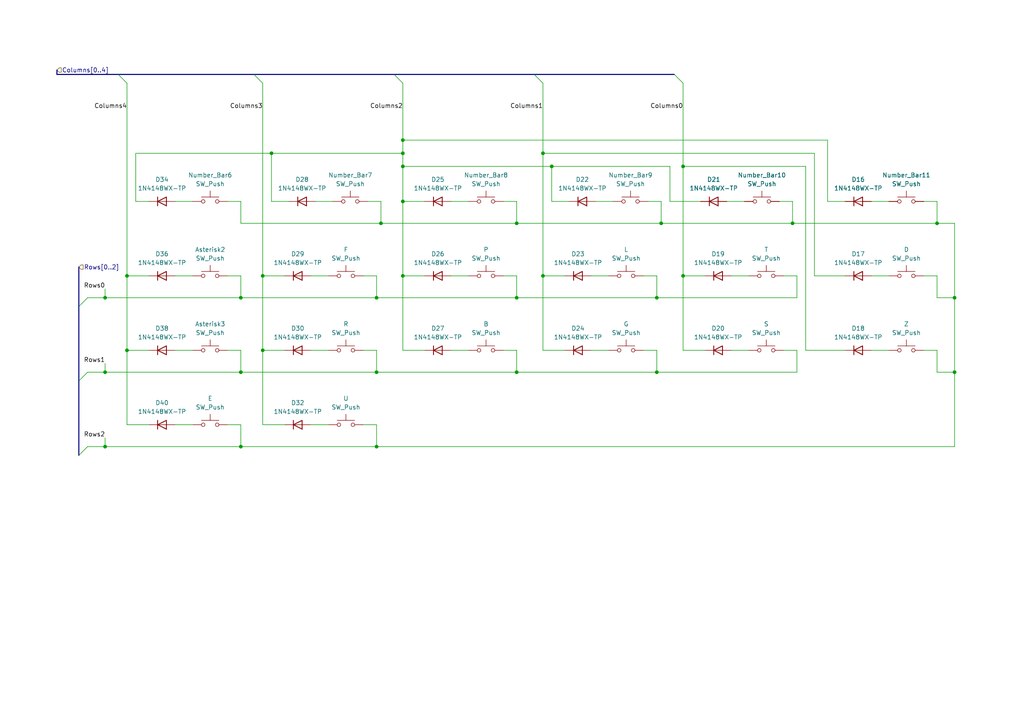
<source format=kicad_sch>
(kicad_sch (version 20250114) (generator "eeschema") (generator_version "9.0")
  (paper "A4")
  (title_block (title "Stenoswitch") (rev "0.1") (company "https://github.com/Bennett-Petzold/port_plover") (comment 1 "NO WARRANTY. See license.") (comment 2 "https://creativecommons.org/licenses/by-sa/4.0/") (comment 3 "© 2025. This work is openly licensed via CC BY-SA 4.0."))
  (lib_symbols
    (symbol "Diode:1N4148W" (pin_numbers (hide yes)) (pin_names (hide yes))
      (property "Reference" "D" (at 0 2.54 0))
      (property "Value" "1N4148W" (at 0 -2.54 0))
      (symbol "1N4148W_0_1"
        (polyline (pts (xy -1.27 1.27) (xy -1.27 -1.27)) (stroke (width 0.254)))
        (polyline (pts (xy 1.27 1.27) (xy 1.27 -1.27) (xy -1.27 0) (xy 1.27 1.27)) (stroke (width 0.254)))
        (polyline (pts (xy 1.27 0) (xy -1.27 0)))
      )
      (symbol "1N4148W_1_1"
        (pin passive line (at -3.81 0 0) (length 2.54) (name "K") (number "1"))
        (pin passive line (at 3.81 0 180) (length 2.54) (name "A") (number "2"))
      )
    )
    (symbol "Switch:SW_Push" (pin_numbers (hide yes)) (pin_names (offset 1.016) (hide yes))
      (property "Reference" "SW" (at 1.27 2.54 0))
      (property "Value" "SW_Push" (at 0 -1.524 0))
      (symbol "SW_Push_0_1"
        (circle (center -2.032 0) (radius 0.508))
        (polyline (pts (xy 0 1.27) (xy 0 3.048)))
        (circle (center 2.032 0) (radius 0.508))
        (polyline (pts (xy 2.54 1.27) (xy -2.54 1.27)))
        (pin passive line (at -5.08 0 0) (length 2.54) (name "1") (number "1"))
        (pin passive line (at 5.08 0 180) (length 2.54) (name "2") (number "2"))
      )
    )
  )
  (junction (at 190.5 107.95))
  (junction (at 30.48 129.54))
  (junction (at 76.2 80.01))
  (junction (at 76.2 101.6))
  (junction (at 116.84 48.26))
  (junction (at 198.12 80.01))
  (junction (at 109.22 129.54))
  (junction (at 160.02 48.26))
  (junction (at 198.12 48.26))
  (junction (at 116.84 58.42))
  (junction (at 69.85 107.95))
  (junction (at 30.48 107.95))
  (junction (at 191.77 64.77))
  (junction (at 116.84 80.01))
  (junction (at 109.22 86.36))
  (junction (at 276.86 86.36))
  (junction (at 36.83 101.6))
  (junction (at 69.85 86.36))
  (junction (at 109.22 107.95))
  (junction (at 149.86 107.95))
  (junction (at 276.86 107.95))
  (junction (at 69.85 129.54))
  (junction (at 271.78 64.77))
  (junction (at 78.74 44.45))
  (junction (at 190.5 86.36))
  (junction (at 30.48 86.36))
  (junction (at 116.84 40.64))
  (junction (at 149.86 64.77))
  (junction (at 110.49 64.77))
  (junction (at 229.87 64.77))
  (junction (at 149.86 86.36))
  (junction (at 157.48 80.01))
  (junction (at 157.48 44.45))
  (junction (at 116.84 44.45))
  (junction (at 36.83 80.01))
  (bus_entry (at 198.12 24.13) (size -2.54 -2.54))
  (bus_entry (at 76.2 24.13) (size -2.54 -2.54))
  (bus_entry (at 25.4 86.36) (size -2.54 2.54))
  (bus_entry (at 36.83 24.13) (size -2.54 -2.54))
  (bus_entry (at 157.48 24.13) (size -2.54 -2.54))
  (bus_entry (at 25.4 129.54) (size -2.54 2.54))
  (bus_entry (at 25.4 107.95) (size -2.54 2.54))
  (bus_entry (at 116.84 24.13) (size -2.54 -2.54))
  (wire (pts (xy 229.87 58.42) (xy 229.87 64.77)))
  (wire (pts (xy 157.48 80.01) (xy 163.83 80.01)))
  (wire (pts (xy 116.84 44.45) (xy 116.84 48.26)))
  (wire (pts (xy 190.5 86.36) (xy 149.86 86.36)))
  (wire (pts (xy 116.84 40.64) (xy 116.84 44.45)))
  (wire (pts (xy 271.78 64.77) (xy 276.86 64.77)))
  (wire (pts (xy 69.85 129.54) (xy 30.48 129.54)))
  (wire (pts (xy 212.09 101.6) (xy 217.17 101.6)))
  (wire (pts (xy 194.31 48.26) (xy 160.02 48.26)))
  (wire (pts (xy 276.86 107.95) (xy 276.86 129.54)))
  (wire (pts (xy 240.03 58.42) (xy 245.11 58.42)))
  (wire (pts (xy 76.2 123.19) (xy 76.2 101.6)))
  (wire (pts (xy 172.72 58.42) (xy 177.8 58.42)))
  (wire (pts (xy 36.83 24.13) (xy 36.83 80.01)))
  (wire (pts (xy 233.68 48.26) (xy 198.12 48.26)))
  (wire (pts (xy 116.84 44.45) (xy 78.74 44.45)))
  (wire (pts (xy 146.05 58.42) (xy 149.86 58.42)))
  (wire (pts (xy 231.14 107.95) (xy 190.5 107.95)))
  (wire (pts (xy 109.22 123.19) (xy 109.22 129.54)))
  (bus (pts (xy 22.86 77.47) (xy 22.86 88.9)))
  (wire (pts (xy 240.03 40.64) (xy 116.84 40.64)))
  (wire (pts (xy 267.97 80.01) (xy 271.78 80.01)))
  (bus (pts (xy 16.51 20.32) (xy 16.51 21.59)))
  (wire (pts (xy 187.96 58.42) (xy 191.77 58.42)))
  (wire (pts (xy 76.2 101.6) (xy 82.55 101.6)))
  (wire (pts (xy 240.03 58.42) (xy 240.03 40.64)))
  (wire (pts (xy 50.8 58.42) (xy 55.88 58.42)))
  (wire (pts (xy 149.86 58.42) (xy 149.86 64.77)))
  (wire (pts (xy 90.17 101.6) (xy 95.25 101.6)))
  (wire (pts (xy 236.22 44.45) (xy 157.48 44.45)))
  (wire (pts (xy 76.2 123.19) (xy 82.55 123.19)))
  (wire (pts (xy 191.77 58.42) (xy 191.77 64.77)))
  (wire (pts (xy 109.22 86.36) (xy 69.85 86.36)))
  (wire (pts (xy 36.83 101.6) (xy 36.83 80.01)))
  (wire (pts (xy 276.86 129.54) (xy 109.22 129.54)))
  (wire (pts (xy 267.97 58.42) (xy 271.78 58.42)))
  (wire (pts (xy 82.55 80.01) (xy 76.2 80.01)))
  (wire (pts (xy 66.04 80.01) (xy 69.85 80.01)))
  (wire (pts (xy 30.48 83.82) (xy 30.48 86.36)))
  (wire (pts (xy 229.87 64.77) (xy 271.78 64.77)))
  (wire (pts (xy 149.86 64.77) (xy 191.77 64.77)))
  (wire (pts (xy 165.1 58.42) (xy 160.02 58.42)))
  (wire (pts (xy 83.82 58.42) (xy 78.74 58.42)))
  (wire (pts (xy 109.22 101.6) (xy 109.22 107.95)))
  (wire (pts (xy 90.17 80.01) (xy 95.25 80.01)))
  (wire (pts (xy 227.33 101.6) (xy 231.14 101.6)))
  (wire (pts (xy 198.12 48.26) (xy 198.12 80.01)))
  (wire (pts (xy 236.22 80.01) (xy 236.22 44.45)))
  (wire (pts (xy 76.2 101.6) (xy 76.2 80.01)))
  (wire (pts (xy 227.33 80.01) (xy 231.14 80.01)))
  (wire (pts (xy 149.86 86.36) (xy 109.22 86.36)))
  (wire (pts (xy 110.49 64.77) (xy 69.85 64.77)))
  (wire (pts (xy 116.84 58.42) (xy 116.84 80.01)))
  (wire (pts (xy 198.12 24.13) (xy 198.12 48.26)))
  (wire (pts (xy 36.83 123.19) (xy 43.18 123.19)))
  (wire (pts (xy 203.2 58.42) (xy 194.31 58.42)))
  (bus (pts (xy 195.58 21.59) (xy 154.94 21.59)))
  (wire (pts (xy 276.86 107.95) (xy 271.78 107.95)))
  (wire (pts (xy 198.12 101.6) (xy 204.47 101.6)))
  (wire (pts (xy 110.49 58.42) (xy 110.49 64.77)))
  (wire (pts (xy 252.73 101.6) (xy 257.81 101.6)))
  (wire (pts (xy 109.22 129.54) (xy 69.85 129.54)))
  (wire (pts (xy 69.85 101.6) (xy 69.85 107.95)))
  (wire (pts (xy 231.14 86.36) (xy 190.5 86.36)))
  (wire (pts (xy 69.85 107.95) (xy 30.48 107.95)))
  (wire (pts (xy 267.97 101.6) (xy 271.78 101.6)))
  (wire (pts (xy 198.12 80.01) (xy 204.47 80.01)))
  (wire (pts (xy 116.84 24.13) (xy 116.84 40.64)))
  (wire (pts (xy 186.69 80.01) (xy 190.5 80.01)))
  (wire (pts (xy 116.84 101.6) (xy 116.84 80.01)))
  (wire (pts (xy 276.86 64.77) (xy 276.86 86.36)))
  (wire (pts (xy 149.86 101.6) (xy 149.86 107.95)))
  (wire (pts (xy 231.14 101.6) (xy 231.14 107.95)))
  (wire (pts (xy 105.41 80.01) (xy 109.22 80.01)))
  (wire (pts (xy 105.41 101.6) (xy 109.22 101.6)))
  (wire (pts (xy 69.85 123.19) (xy 69.85 129.54)))
  (wire (pts (xy 252.73 58.42) (xy 257.81 58.42)))
  (wire (pts (xy 233.68 101.6) (xy 233.68 48.26)))
  (wire (pts (xy 160.02 58.42) (xy 160.02 48.26)))
  (wire (pts (xy 39.37 44.45) (xy 39.37 58.42)))
  (wire (pts (xy 91.44 58.42) (xy 96.52 58.42)))
  (wire (pts (xy 69.85 58.42) (xy 69.85 64.77)))
  (wire (pts (xy 50.8 80.01) (xy 55.88 80.01)))
  (wire (pts (xy 276.86 86.36) (xy 271.78 86.36)))
  (wire (pts (xy 30.48 105.41) (xy 30.48 107.95)))
  (wire (pts (xy 157.48 44.45) (xy 157.48 80.01)))
  (wire (pts (xy 160.02 48.26) (xy 116.84 48.26)))
  (wire (pts (xy 198.12 101.6) (xy 198.12 80.01)))
  (wire (pts (xy 130.81 58.42) (xy 135.89 58.42)))
  (wire (pts (xy 271.78 80.01) (xy 271.78 86.36)))
  (wire (pts (xy 105.41 123.19) (xy 109.22 123.19)))
  (wire (pts (xy 212.09 80.01) (xy 217.17 80.01)))
  (wire (pts (xy 186.69 101.6) (xy 190.5 101.6)))
  (wire (pts (xy 109.22 80.01) (xy 109.22 86.36)))
  (wire (pts (xy 30.48 86.36) (xy 25.4 86.36)))
  (wire (pts (xy 190.5 101.6) (xy 190.5 107.95)))
  (wire (pts (xy 30.48 127) (xy 30.48 129.54)))
  (wire (pts (xy 36.83 123.19) (xy 36.83 101.6)))
  (wire (pts (xy 171.45 101.6) (xy 176.53 101.6)))
  (wire (pts (xy 43.18 80.01) (xy 36.83 80.01)))
  (wire (pts (xy 69.85 80.01) (xy 69.85 86.36)))
  (wire (pts (xy 157.48 24.13) (xy 157.48 44.45)))
  (wire (pts (xy 130.81 80.01) (xy 135.89 80.01)))
  (wire (pts (xy 36.83 101.6) (xy 43.18 101.6)))
  (wire (pts (xy 171.45 80.01) (xy 176.53 80.01)))
  (bus (pts (xy 16.51 21.59) (xy 34.29 21.59)))
  (bus (pts (xy 154.94 21.59) (xy 114.3 21.59)))
  (wire (pts (xy 30.48 107.95) (xy 25.4 107.95)))
  (wire (pts (xy 226.06 58.42) (xy 229.87 58.42)))
  (wire (pts (xy 50.8 101.6) (xy 55.88 101.6)))
  (wire (pts (xy 109.22 107.95) (xy 69.85 107.95)))
  (wire (pts (xy 236.22 80.01) (xy 245.11 80.01)))
  (wire (pts (xy 271.78 101.6) (xy 271.78 107.95)))
  (wire (pts (xy 149.86 80.01) (xy 149.86 86.36)))
  (wire (pts (xy 245.11 101.6) (xy 233.68 101.6)))
  (wire (pts (xy 78.74 44.45) (xy 78.74 58.42)))
  (wire (pts (xy 116.84 101.6) (xy 123.19 101.6)))
  (wire (pts (xy 146.05 80.01) (xy 149.86 80.01)))
  (wire (pts (xy 106.68 58.42) (xy 110.49 58.42)))
  (wire (pts (xy 116.84 80.01) (xy 123.19 80.01)))
  (wire (pts (xy 30.48 129.54) (xy 25.4 129.54)))
  (bus (pts (xy 114.3 21.59) (xy 73.66 21.59)))
  (wire (pts (xy 190.5 80.01) (xy 190.5 86.36)))
  (wire (pts (xy 69.85 86.36) (xy 30.48 86.36)))
  (wire (pts (xy 191.77 64.77) (xy 229.87 64.77)))
  (wire (pts (xy 149.86 64.77) (xy 110.49 64.77)))
  (wire (pts (xy 78.74 44.45) (xy 39.37 44.45)))
  (wire (pts (xy 90.17 123.19) (xy 95.25 123.19)))
  (wire (pts (xy 39.37 58.42) (xy 43.18 58.42)))
  (bus (pts (xy 22.86 110.49) (xy 22.86 132.08)))
  (wire (pts (xy 123.19 58.42) (xy 116.84 58.42)))
  (wire (pts (xy 116.84 48.26) (xy 116.84 58.42)))
  (wire (pts (xy 130.81 101.6) (xy 135.89 101.6)))
  (wire (pts (xy 66.04 123.19) (xy 69.85 123.19)))
  (wire (pts (xy 190.5 107.95) (xy 149.86 107.95)))
  (wire (pts (xy 210.82 58.42) (xy 215.9 58.42)))
  (wire (pts (xy 149.86 107.95) (xy 109.22 107.95)))
  (wire (pts (xy 276.86 86.36) (xy 276.86 107.95)))
  (wire (pts (xy 76.2 24.13) (xy 76.2 80.01)))
  (wire (pts (xy 66.04 101.6) (xy 69.85 101.6)))
  (wire (pts (xy 252.73 80.01) (xy 257.81 80.01)))
  (bus (pts (xy 73.66 21.59) (xy 34.29 21.59)))
  (wire (pts (xy 271.78 58.42) (xy 271.78 64.77)))
  (wire (pts (xy 157.48 101.6) (xy 163.83 101.6)))
  (wire (pts (xy 157.48 101.6) (xy 157.48 80.01)))
  (wire (pts (xy 50.8 123.19) (xy 55.88 123.19)))
  (wire (pts (xy 231.14 80.01) (xy 231.14 86.36)))
  (bus (pts (xy 22.86 88.9) (xy 22.86 110.49)))
  (wire (pts (xy 194.31 58.42) (xy 194.31 48.26)))
  (wire (pts (xy 146.05 101.6) (xy 149.86 101.6)))
  (wire (pts (xy 66.04 58.42) (xy 69.85 58.42)))
  (label "Columns4" (at 36.83 31.75 180))
  (label "Columns1" (at 157.48 31.75 180))
  (label "Columns0" (at 198.12 31.75 180))
  (label "Columns3" (at 76.2 31.75 180))
  (label "Rows1" (at 30.48 105.41 180))
  (label "Columns2" (at 116.84 31.75 180))
  (label "Rows2" (at 30.48 127 180))
  (label "Rows0" (at 30.48 83.82 180))
  (hierarchical_label "Columns[0..4]" (shape input) (at 16.51 20.32 0))
  (hierarchical_label "Rows[0..2]" (shape input) (at 22.86 77.47 0))
  (symbol (lib_id "Diode:1N4148W") (at 127 101.6 0) (mirror x) (unit 1)
    (property "Reference" "D27" (at 127 95.25 0))
    (property "Value" "1N4148WX-TP" (at 127 97.79 0))
    (property "Footprint" "Diode_SMD:D_SOD-323" (effects (hide yes)))
    (property "Datasheet" "https://www.mccsemi.com/pdf/Products/1N4148WX(SOD-323).pdf" (effects (hide yes)))
    (property "Description" "75V 0.15A Fast Switching Diode, SOD-123" (effects (hide yes)))
    (property "Sim.Device" "D" (effects (hide yes)))
    (property "Sim.Pins" "1=K 2=A" (effects (hide yes)))
  )
  (symbol (lib_id "Switch:SW_Push") (at 140.97 58.42 0) (mirror y) (unit 1)
    (property "Reference" "Number_Bar8" (at 140.97 50.8 0))
    (property "Value" "SW_Push" (at 140.97 53.34 0))
    (property "Footprint" "PCM_Switch_Keyboard_Cherry_MX:SW_Cherry_MX_PCB" (effects (hide yes)))
    (property "Description" "Push button switch, generic, two pins" (effects (hide yes)))
    (property "Sim.Device" "SW" (effects (hide yes)))
    (property "Sim.Type" "V" (effects (hide yes)))
    (property "Sim.Pins" "1=ctrl+ 2=ctrl-" (effects (hide yes)))
    (property "Sim.Params" "ic=off" (effects (hide yes)))
  )
  (symbol (lib_id "Diode:1N4148W") (at 127 80.01 0) (mirror x) (unit 1)
    (property "Reference" "D26" (at 127 73.66 0))
    (property "Value" "1N4148WX-TP" (at 127 76.2 0))
    (property "Footprint" "Diode_SMD:D_SOD-323" (effects (hide yes)))
    (property "Datasheet" "https://www.mccsemi.com/pdf/Products/1N4148WX(SOD-323).pdf" (effects (hide yes)))
    (property "Description" "75V 0.15A Fast Switching Diode, SOD-123" (effects (hide yes)))
    (property "Sim.Device" "D" (effects (hide yes)))
    (property "Sim.Pins" "1=K 2=A" (effects (hide yes)))
  )
  (symbol (lib_id "Switch:SW_Push") (at 262.89 80.01 0) (mirror y) (unit 1)
    (property "Reference" "D" (at 262.89 72.39 0))
    (property "Value" "SW_Push" (at 262.89 74.93 0))
    (property "Footprint" "PCM_Switch_Keyboard_Cherry_MX:SW_Cherry_MX_PCB" (effects (hide yes)))
    (property "Description" "Push button switch, generic, two pins" (effects (hide yes)))
    (property "Sim.Device" "SW" (effects (hide yes)))
    (property "Sim.Type" "V" (effects (hide yes)))
    (property "Sim.Pins" "1=ctrl+ 2=ctrl-" (effects (hide yes)))
    (property "Sim.Params" "ic=off" (effects (hide yes)))
  )
  (symbol (lib_id "Diode:1N4148W") (at 207.01 58.42 0) (mirror x) (unit 1)
    (property "Reference" "D21" (at 207.01 52.07 0))
    (property "Value" "1N4148WX-TP" (at 207.01 54.61 0))
    (property "Footprint" "Diode_SMD:D_SOD-323" (effects (hide yes)))
    (property "Datasheet" "https://www.mccsemi.com/pdf/Products/1N4148WX(SOD-323).pdf" (effects (hide yes)))
    (property "Description" "75V 0.15A Fast Switching Diode, SOD-123" (effects (hide yes)))
    (property "Sim.Device" "D" (effects (hide yes)))
    (property "Sim.Pins" "1=K 2=A" (effects (hide yes)))
  )
  (symbol (lib_id "Diode:1N4148W") (at 86.36 80.01 0) (mirror x) (unit 1)
    (property "Reference" "D29" (at 86.36 73.66 0))
    (property "Value" "1N4148WX-TP" (at 86.36 76.2 0))
    (property "Footprint" "Diode_SMD:D_SOD-323" (effects (hide yes)))
    (property "Datasheet" "https://www.mccsemi.com/pdf/Products/1N4148WX(SOD-323).pdf" (effects (hide yes)))
    (property "Description" "75V 0.15A Fast Switching Diode, SOD-123" (effects (hide yes)))
    (property "Sim.Device" "D" (effects (hide yes)))
    (property "Sim.Pins" "1=K 2=A" (effects (hide yes)))
  )
  (symbol (lib_id "Switch:SW_Push") (at 140.97 80.01 0) (mirror y) (unit 1)
    (property "Reference" "P" (at 140.97 72.39 0))
    (property "Value" "SW_Push" (at 140.97 74.93 0))
    (property "Footprint" "PCM_Switch_Keyboard_Cherry_MX:SW_Cherry_MX_PCB" (effects (hide yes)))
    (property "Description" "Push button switch, generic, two pins" (effects (hide yes)))
    (property "Sim.Device" "SW" (effects (hide yes)))
    (property "Sim.Type" "V" (effects (hide yes)))
    (property "Sim.Pins" "1=ctrl+ 2=ctrl-" (effects (hide yes)))
    (property "Sim.Params" "ic=off" (effects (hide yes)))
  )
  (symbol (lib_id "Switch:SW_Push") (at 181.61 101.6 0) (mirror y) (unit 1)
    (property "Reference" "G" (at 181.61 93.98 0))
    (property "Value" "SW_Push" (at 181.61 96.52 0))
    (property "Footprint" "PCM_Switch_Keyboard_Cherry_MX:SW_Cherry_MX_PCB" (effects (hide yes)))
    (property "Description" "Push button switch, generic, two pins" (effects (hide yes)))
    (property "Sim.Device" "SW" (effects (hide yes)))
    (property "Sim.Type" "V" (effects (hide yes)))
    (property "Sim.Pins" "1=ctrl+ 2=ctrl-" (effects (hide yes)))
    (property "Sim.Params" "ic=off" (effects (hide yes)))
  )
  (symbol (lib_id "Diode:1N4148W") (at 46.99 101.6 0) (mirror x) (unit 1)
    (property "Reference" "D38" (at 46.99 95.25 0))
    (property "Value" "1N4148WX-TP" (at 46.99 97.79 0))
    (property "Footprint" "Diode_SMD:D_SOD-323" (effects (hide yes)))
    (property "Datasheet" "https://www.mccsemi.com/pdf/Products/1N4148WX(SOD-323).pdf" (effects (hide yes)))
    (property "Description" "75V 0.15A Fast Switching Diode, SOD-123" (effects (hide yes)))
    (property "Sim.Device" "D" (effects (hide yes)))
    (property "Sim.Pins" "1=K 2=A" (effects (hide yes)))
  )
  (symbol (lib_id "Switch:SW_Push") (at 182.88 58.42 0) (mirror y) (unit 1)
    (property "Reference" "Number_Bar9" (at 182.88 50.8 0))
    (property "Value" "SW_Push" (at 182.88 53.34 0))
    (property "Footprint" "PCM_Switch_Keyboard_Cherry_MX:SW_Cherry_MX_PCB" (effects (hide yes)))
    (property "Description" "Push button switch, generic, two pins" (effects (hide yes)))
    (property "Sim.Device" "SW" (effects (hide yes)))
    (property "Sim.Type" "V" (effects (hide yes)))
    (property "Sim.Pins" "1=ctrl+ 2=ctrl-" (effects (hide yes)))
    (property "Sim.Params" "ic=off" (effects (hide yes)))
  )
  (symbol (lib_id "Diode:1N4148W") (at 248.92 80.01 0) (mirror x) (unit 1)
    (property "Reference" "D17" (at 248.92 73.66 0))
    (property "Value" "1N4148WX-TP" (at 248.92 76.2 0))
    (property "Footprint" "Diode_SMD:D_SOD-323" (effects (hide yes)))
    (property "Datasheet" "https://www.mccsemi.com/pdf/Products/1N4148WX(SOD-323).pdf" (effects (hide yes)))
    (property "Description" "75V 0.15A Fast Switching Diode, SOD-123" (effects (hide yes)))
    (property "Sim.Device" "D" (effects (hide yes)))
    (property "Sim.Pins" "1=K 2=A" (effects (hide yes)))
  )
  (symbol (lib_id "Switch:SW_Push") (at 262.89 101.6 0) (mirror y) (unit 1)
    (property "Reference" "Z" (at 262.89 93.98 0))
    (property "Value" "SW_Push" (at 262.89 96.52 0))
    (property "Footprint" "PCM_Switch_Keyboard_Cherry_MX:SW_Cherry_MX_PCB" (effects (hide yes)))
    (property "Description" "Push button switch, generic, two pins" (effects (hide yes)))
    (property "Sim.Device" "SW" (effects (hide yes)))
    (property "Sim.Type" "V" (effects (hide yes)))
    (property "Sim.Pins" "1=ctrl+ 2=ctrl-" (effects (hide yes)))
    (property "Sim.Params" "ic=off" (effects (hide yes)))
  )
  (symbol (lib_id "Switch:SW_Push") (at 222.25 101.6 0) (mirror y) (unit 1)
    (property "Reference" "S" (at 222.25 93.98 0))
    (property "Value" "SW_Push" (at 222.25 96.52 0))
    (property "Footprint" "PCM_Switch_Keyboard_Cherry_MX:SW_Cherry_MX_PCB" (effects (hide yes)))
    (property "Description" "Push button switch, generic, two pins" (effects (hide yes)))
    (property "Sim.Device" "SW" (effects (hide yes)))
    (property "Sim.Type" "V" (effects (hide yes)))
    (property "Sim.Pins" "1=ctrl+ 2=ctrl-" (effects (hide yes)))
    (property "Sim.Params" "ic=off" (effects (hide yes)))
  )
  (symbol (lib_id "Diode:1N4148W") (at 208.28 80.01 0) (mirror x) (unit 1)
    (property "Reference" "D19" (at 208.28 73.66 0))
    (property "Value" "1N4148WX-TP" (at 208.28 76.2 0))
    (property "Footprint" "Diode_SMD:D_SOD-323" (effects (hide yes)))
    (property "Datasheet" "https://www.mccsemi.com/pdf/Products/1N4148WX(SOD-323).pdf" (effects (hide yes)))
    (property "Description" "75V 0.15A Fast Switching Diode, SOD-123" (effects (hide yes)))
    (property "Sim.Device" "D" (effects (hide yes)))
    (property "Sim.Pins" "1=K 2=A" (effects (hide yes)))
  )
  (symbol (lib_id "Switch:SW_Push") (at 100.33 123.19 0) (mirror y) (unit 1)
    (property "Reference" "U" (at 100.33 115.57 0))
    (property "Value" "SW_Push" (at 100.33 118.11 0))
    (property "Footprint" "PCM_Switch_Keyboard_Cherry_MX:SW_Cherry_MX_PCB" (effects (hide yes)))
    (property "Description" "Push button switch, generic, two pins" (effects (hide yes)))
    (property "Sim.Device" "SW" (effects (hide yes)))
    (property "Sim.Type" "V" (effects (hide yes)))
    (property "Sim.Pins" "1=ctrl+ 2=ctrl-" (effects (hide yes)))
    (property "Sim.Params" "ic=off" (effects (hide yes)))
  )
  (symbol (lib_id "Diode:1N4148W") (at 127 58.42 0) (mirror x) (unit 1)
    (property "Reference" "D25" (at 127 52.07 0))
    (property "Value" "1N4148WX-TP" (at 127 54.61 0))
    (property "Footprint" "Diode_SMD:D_SOD-323" (effects (hide yes)))
    (property "Datasheet" "https://www.mccsemi.com/pdf/Products/1N4148WX(SOD-323).pdf" (effects (hide yes)))
    (property "Description" "75V 0.15A Fast Switching Diode, SOD-123" (effects (hide yes)))
    (property "Sim.Device" "D" (effects (hide yes)))
    (property "Sim.Pins" "1=K 2=A" (effects (hide yes)))
  )
  (symbol (lib_id "Diode:1N4148W") (at 46.99 80.01 0) (mirror x) (unit 1)
    (property "Reference" "D36" (at 46.99 73.66 0))
    (property "Value" "1N4148WX-TP" (at 46.99 76.2 0))
    (property "Footprint" "Diode_SMD:D_SOD-323" (effects (hide yes)))
    (property "Datasheet" "https://www.mccsemi.com/pdf/Products/1N4148WX(SOD-323).pdf" (effects (hide yes)))
    (property "Description" "75V 0.15A Fast Switching Diode, SOD-123" (effects (hide yes)))
    (property "Sim.Device" "D" (effects (hide yes)))
    (property "Sim.Pins" "1=K 2=A" (effects (hide yes)))
  )
  (symbol (lib_id "Switch:SW_Push") (at 100.33 101.6 0) (mirror y) (unit 1)
    (property "Reference" "R" (at 100.33 93.98 0))
    (property "Value" "SW_Push" (at 100.33 96.52 0))
    (property "Footprint" "PCM_Switch_Keyboard_Cherry_MX:SW_Cherry_MX_PCB" (effects (hide yes)))
    (property "Description" "Push button switch, generic, two pins" (effects (hide yes)))
    (property "Sim.Device" "SW" (effects (hide yes)))
    (property "Sim.Type" "V" (effects (hide yes)))
    (property "Sim.Pins" "1=ctrl+ 2=ctrl-" (effects (hide yes)))
    (property "Sim.Params" "ic=off" (effects (hide yes)))
  )
  (symbol (lib_id "Switch:SW_Push") (at 140.97 101.6 0) (mirror y) (unit 1)
    (property "Reference" "B" (at 140.97 93.98 0))
    (property "Value" "SW_Push" (at 140.97 96.52 0))
    (property "Footprint" "PCM_Switch_Keyboard_Cherry_MX:SW_Cherry_MX_PCB" (effects (hide yes)))
    (property "Description" "Push button switch, generic, two pins" (effects (hide yes)))
    (property "Sim.Device" "SW" (effects (hide yes)))
    (property "Sim.Type" "V" (effects (hide yes)))
    (property "Sim.Pins" "1=ctrl+ 2=ctrl-" (effects (hide yes)))
    (property "Sim.Params" "ic=off" (effects (hide yes)))
  )
  (symbol (lib_id "Diode:1N4148W") (at 167.64 101.6 0) (mirror x) (unit 1)
    (property "Reference" "D24" (at 167.64 95.25 0))
    (property "Value" "1N4148WX-TP" (at 167.64 97.79 0))
    (property "Footprint" "Diode_SMD:D_SOD-323" (effects (hide yes)))
    (property "Datasheet" "https://www.mccsemi.com/pdf/Products/1N4148WX(SOD-323).pdf" (effects (hide yes)))
    (property "Description" "75V 0.15A Fast Switching Diode, SOD-123" (effects (hide yes)))
    (property "Sim.Device" "D" (effects (hide yes)))
    (property "Sim.Pins" "1=K 2=A" (effects (hide yes)))
  )
  (symbol (lib_id "Switch:SW_Push") (at 60.96 80.01 0) (mirror y) (unit 1)
    (property "Reference" "Asterisk2" (at 60.96 72.39 0))
    (property "Value" "SW_Push" (at 60.96 74.93 0))
    (property "Footprint" "PCM_Switch_Keyboard_Cherry_MX:SW_Cherry_MX_PCB" (effects (hide yes)))
    (property "Description" "Push button switch, generic, two pins" (effects (hide yes)))
    (property "Sim.Device" "SW" (effects (hide yes)))
    (property "Sim.Type" "V" (effects (hide yes)))
    (property "Sim.Pins" "1=ctrl+ 2=ctrl-" (effects (hide yes)))
    (property "Sim.Params" "ic=off" (effects (hide yes)))
  )
  (symbol (lib_id "Diode:1N4148W") (at 208.28 101.6 0) (mirror x) (unit 1)
    (property "Reference" "D20" (at 208.28 95.25 0))
    (property "Value" "1N4148WX-TP" (at 208.28 97.79 0))
    (property "Footprint" "Diode_SMD:D_SOD-323" (effects (hide yes)))
    (property "Datasheet" "https://www.mccsemi.com/pdf/Products/1N4148WX(SOD-323).pdf" (effects (hide yes)))
    (property "Description" "75V 0.15A Fast Switching Diode, SOD-123" (effects (hide yes)))
    (property "Sim.Device" "D" (effects (hide yes)))
    (property "Sim.Pins" "1=K 2=A" (effects (hide yes)))
  )
  (symbol (lib_id "Diode:1N4148W") (at 167.64 80.01 0) (mirror x) (unit 1)
    (property "Reference" "D23" (at 167.64 73.66 0))
    (property "Value" "1N4148WX-TP" (at 167.64 76.2 0))
    (property "Footprint" "Diode_SMD:D_SOD-323" (effects (hide yes)))
    (property "Datasheet" "https://www.mccsemi.com/pdf/Products/1N4148WX(SOD-323).pdf" (effects (hide yes)))
    (property "Description" "75V 0.15A Fast Switching Diode, SOD-123" (effects (hide yes)))
    (property "Sim.Device" "D" (effects (hide yes)))
    (property "Sim.Pins" "1=K 2=A" (effects (hide yes)))
  )
  (symbol (lib_id "Switch:SW_Push") (at 220.98 58.42 0) (mirror y) (unit 1)
    (property "Reference" "Number_Bar10" (at 220.98 50.8 0))
    (property "Value" "SW_Push" (at 220.98 53.34 0))
    (property "Footprint" "PCM_Switch_Keyboard_Cherry_MX:SW_Cherry_MX_PCB" (effects (hide yes)))
    (property "Description" "Push button switch, generic, two pins" (effects (hide yes)))
    (property "Sim.Device" "SW" (effects (hide yes)))
    (property "Sim.Type" "V" (effects (hide yes)))
    (property "Sim.Pins" "1=ctrl+ 2=ctrl-" (effects (hide yes)))
    (property "Sim.Params" "ic=off" (effects (hide yes)))
  )
  (symbol (lib_id "Switch:SW_Push") (at 60.96 101.6 0) (mirror y) (unit 1)
    (property "Reference" "Asterisk3" (at 60.96 93.98 0))
    (property "Value" "SW_Push" (at 60.96 96.52 0))
    (property "Footprint" "PCM_Switch_Keyboard_Cherry_MX:SW_Cherry_MX_PCB" (effects (hide yes)))
    (property "Description" "Push button switch, generic, two pins" (effects (hide yes)))
    (property "Sim.Device" "SW" (effects (hide yes)))
    (property "Sim.Type" "V" (effects (hide yes)))
    (property "Sim.Pins" "1=ctrl+ 2=ctrl-" (effects (hide yes)))
    (property "Sim.Params" "ic=off" (effects (hide yes)))
  )
  (symbol (lib_id "Diode:1N4148W") (at 248.92 58.42 0) (mirror x) (unit 1)
    (property "Reference" "D16" (at 248.92 52.07 0))
    (property "Value" "1N4148WX-TP" (at 248.92 54.61 0))
    (property "Footprint" "Diode_SMD:D_SOD-323" (effects (hide yes)))
    (property "Datasheet" "https://www.mccsemi.com/pdf/Products/1N4148WX(SOD-323).pdf" (effects (hide yes)))
    (property "Description" "75V 0.15A Fast Switching Diode, SOD-123" (effects (hide yes)))
    (property "Sim.Device" "D" (effects (hide yes)))
    (property "Sim.Pins" "1=K 2=A" (effects (hide yes)))
  )
  (symbol (lib_id "Switch:SW_Push") (at 181.61 80.01 0) (mirror y) (unit 1)
    (property "Reference" "L" (at 181.61 72.39 0))
    (property "Value" "SW_Push" (at 181.61 74.93 0))
    (property "Footprint" "PCM_Switch_Keyboard_Cherry_MX:SW_Cherry_MX_PCB" (effects (hide yes)))
    (property "Description" "Push button switch, generic, two pins" (effects (hide yes)))
    (property "Sim.Device" "SW" (effects (hide yes)))
    (property "Sim.Type" "V" (effects (hide yes)))
    (property "Sim.Pins" "1=ctrl+ 2=ctrl-" (effects (hide yes)))
    (property "Sim.Params" "ic=off" (effects (hide yes)))
  )
  (symbol (lib_id "Diode:1N4148W") (at 46.99 58.42 0) (mirror x) (unit 1)
    (property "Reference" "D34" (at 46.99 52.07 0))
    (property "Value" "1N4148WX-TP" (at 46.99 54.61 0))
    (property "Footprint" "Diode_SMD:D_SOD-323" (effects (hide yes)))
    (property "Datasheet" "https://www.mccsemi.com/pdf/Products/1N4148WX(SOD-323).pdf" (effects (hide yes)))
    (property "Description" "75V 0.15A Fast Switching Diode, SOD-123" (effects (hide yes)))
    (property "Sim.Device" "D" (effects (hide yes)))
    (property "Sim.Pins" "1=K 2=A" (effects (hide yes)))
  )
  (symbol (lib_id "Diode:1N4148W") (at 86.36 123.19 0) (mirror x) (unit 1)
    (property "Reference" "D32" (at 86.36 116.84 0))
    (property "Value" "1N4148WX-TP" (at 86.36 119.38 0))
    (property "Footprint" "Diode_SMD:D_SOD-323" (effects (hide yes)))
    (property "Datasheet" "https://www.mccsemi.com/pdf/Products/1N4148WX(SOD-323).pdf" (effects (hide yes)))
    (property "Description" "75V 0.15A Fast Switching Diode, SOD-123" (effects (hide yes)))
    (property "Sim.Device" "D" (effects (hide yes)))
    (property "Sim.Pins" "1=K 2=A" (effects (hide yes)))
  )
  (symbol (lib_id "Diode:1N4148W") (at 168.91 58.42 0) (mirror x) (unit 1)
    (property "Reference" "D22" (at 168.91 52.07 0))
    (property "Value" "1N4148WX-TP" (at 168.91 54.61 0))
    (property "Footprint" "Diode_SMD:D_SOD-323" (effects (hide yes)))
    (property "Datasheet" "https://www.mccsemi.com/pdf/Products/1N4148WX(SOD-323).pdf" (effects (hide yes)))
    (property "Description" "75V 0.15A Fast Switching Diode, SOD-123" (effects (hide yes)))
    (property "Sim.Device" "D" (effects (hide yes)))
    (property "Sim.Pins" "1=K 2=A" (effects (hide yes)))
  )
  (symbol (lib_id "Diode:1N4148W") (at 46.99 123.19 0) (mirror x) (unit 1)
    (property "Reference" "D40" (at 46.99 116.84 0))
    (property "Value" "1N4148WX-TP" (at 46.99 119.38 0))
    (property "Footprint" "Diode_SMD:D_SOD-323" (effects (hide yes)))
    (property "Datasheet" "https://www.mccsemi.com/pdf/Products/1N4148WX(SOD-323).pdf" (effects (hide yes)))
    (property "Description" "75V 0.15A Fast Switching Diode, SOD-123" (effects (hide yes)))
    (property "Sim.Device" "D" (effects (hide yes)))
    (property "Sim.Pins" "1=K 2=A" (effects (hide yes)))
  )
  (symbol (lib_id "Diode:1N4148W") (at 86.36 101.6 0) (mirror x) (unit 1)
    (property "Reference" "D30" (at 86.36 95.25 0))
    (property "Value" "1N4148WX-TP" (at 86.36 97.79 0))
    (property "Footprint" "Diode_SMD:D_SOD-323" (effects (hide yes)))
    (property "Datasheet" "https://www.mccsemi.com/pdf/Products/1N4148WX(SOD-323).pdf" (effects (hide yes)))
    (property "Description" "75V 0.15A Fast Switching Diode, SOD-123" (effects (hide yes)))
    (property "Sim.Device" "D" (effects (hide yes)))
    (property "Sim.Pins" "1=K 2=A" (effects (hide yes)))
  )
  (symbol (lib_id "Switch:SW_Push") (at 222.25 80.01 0) (mirror y) (unit 1)
    (property "Reference" "T" (at 222.25 72.39 0))
    (property "Value" "SW_Push" (at 222.25 74.93 0))
    (property "Footprint" "PCM_Switch_Keyboard_Cherry_MX:SW_Cherry_MX_PCB" (effects (hide yes)))
    (property "Description" "Push button switch, generic, two pins" (effects (hide yes)))
    (property "Sim.Device" "SW" (effects (hide yes)))
    (property "Sim.Type" "V" (effects (hide yes)))
    (property "Sim.Pins" "1=ctrl+ 2=ctrl-" (effects (hide yes)))
    (property "Sim.Params" "ic=off" (effects (hide yes)))
  )
  (symbol (lib_id "Switch:SW_Push") (at 100.33 80.01 0) (mirror y) (unit 1)
    (property "Reference" "F" (at 100.33 72.39 0))
    (property "Value" "SW_Push" (at 100.33 74.93 0))
    (property "Footprint" "PCM_Switch_Keyboard_Cherry_MX:SW_Cherry_MX_PCB" (effects (hide yes)))
    (property "Description" "Push button switch, generic, two pins" (effects (hide yes)))
    (property "Sim.Device" "SW" (effects (hide yes)))
    (property "Sim.Type" "V" (effects (hide yes)))
    (property "Sim.Pins" "1=ctrl+ 2=ctrl-" (effects (hide yes)))
    (property "Sim.Params" "ic=off" (effects (hide yes)))
  )
  (symbol (lib_id "Switch:SW_Push") (at 60.96 123.19 0) (mirror y) (unit 1)
    (property "Reference" "E" (at 60.96 115.57 0))
    (property "Value" "SW_Push" (at 60.96 118.11 0))
    (property "Footprint" "PCM_Switch_Keyboard_Cherry_MX:SW_Cherry_MX_PCB" (effects (hide yes)))
    (property "Description" "Push button switch, generic, two pins" (effects (hide yes)))
    (property "Sim.Device" "SW" (effects (hide yes)))
    (property "Sim.Type" "V" (effects (hide yes)))
    (property "Sim.Pins" "1=ctrl+ 2=ctrl-" (effects (hide yes)))
    (property "Sim.Params" "ic=off" (effects (hide yes)))
  )
  (symbol (lib_id "Switch:SW_Push") (at 262.89 58.42 0) (mirror y) (unit 1)
    (property "Reference" "Number_Bar11" (at 262.89 50.8 0))
    (property "Value" "SW_Push" (at 262.89 53.34 0))
    (property "Footprint" "PCM_Switch_Keyboard_Cherry_MX:SW_Cherry_MX_PCB" (effects (hide yes)))
    (property "Description" "Push button switch, generic, two pins" (effects (hide yes)))
    (property "Sim.Device" "SW" (effects (hide yes)))
    (property "Sim.Type" "V" (effects (hide yes)))
    (property "Sim.Pins" "1=ctrl+ 2=ctrl-" (effects (hide yes)))
    (property "Sim.Params" "ic=off" (effects (hide yes)))
  )
  (symbol (lib_id "Diode:1N4148W") (at 248.92 101.6 0) (mirror x) (unit 1)
    (property "Reference" "D18" (at 248.92 95.25 0))
    (property "Value" "1N4148WX-TP" (at 248.92 97.79 0))
    (property "Footprint" "Diode_SMD:D_SOD-323" (effects (hide yes)))
    (property "Datasheet" "https://www.mccsemi.com/pdf/Products/1N4148WX(SOD-323).pdf" (effects (hide yes)))
    (property "Description" "75V 0.15A Fast Switching Diode, SOD-123" (effects (hide yes)))
    (property "Sim.Device" "D" (effects (hide yes)))
    (property "Sim.Pins" "1=K 2=A" (effects (hide yes)))
  )
  (symbol (lib_id "Diode:1N4148W") (at 87.63 58.42 0) (mirror x) (unit 1)
    (property "Reference" "D28" (at 87.63 52.07 0))
    (property "Value" "1N4148WX-TP" (at 87.63 54.61 0))
    (property "Footprint" "Diode_SMD:D_SOD-323" (effects (hide yes)))
    (property "Datasheet" "https://www.mccsemi.com/pdf/Products/1N4148WX(SOD-323).pdf" (effects (hide yes)))
    (property "Description" "75V 0.15A Fast Switching Diode, SOD-123" (effects (hide yes)))
    (property "Sim.Device" "D" (effects (hide yes)))
    (property "Sim.Pins" "1=K 2=A" (effects (hide yes)))
  )
  (symbol (lib_id "Switch:SW_Push") (at 60.96 58.42 0) (mirror y) (unit 1)
    (property "Reference" "Number_Bar6" (at 60.96 50.8 0))
    (property "Value" "SW_Push" (at 60.96 53.34 0))
    (property "Footprint" "PCM_Switch_Keyboard_Cherry_MX:SW_Cherry_MX_PCB" (effects (hide yes)))
    (property "Description" "Push button switch, generic, two pins" (effects (hide yes)))
    (property "Sim.Device" "SW" (effects (hide yes)))
    (property "Sim.Type" "V" (effects (hide yes)))
    (property "Sim.Pins" "1=ctrl+ 2=ctrl-" (effects (hide yes)))
    (property "Sim.Params" "ic=off" (effects (hide yes)))
  )
  (symbol (lib_id "Switch:SW_Push") (at 101.6 58.42 0) (mirror y) (unit 1)
    (property "Reference" "Number_Bar7" (at 101.6 50.8 0))
    (property "Value" "SW_Push" (at 101.6 53.34 0))
    (property "Footprint" "PCM_Switch_Keyboard_Cherry_MX:SW_Cherry_MX_PCB" (effects (hide yes)))
    (property "Description" "Push button switch, generic, two pins" (effects (hide yes)))
    (property "Sim.Device" "SW" (effects (hide yes)))
    (property "Sim.Type" "V" (effects (hide yes)))
    (property "Sim.Pins" "1=ctrl+ 2=ctrl-" (effects (hide yes)))
    (property "Sim.Params" "ic=off" (effects (hide yes)))
  )
)
</source>
